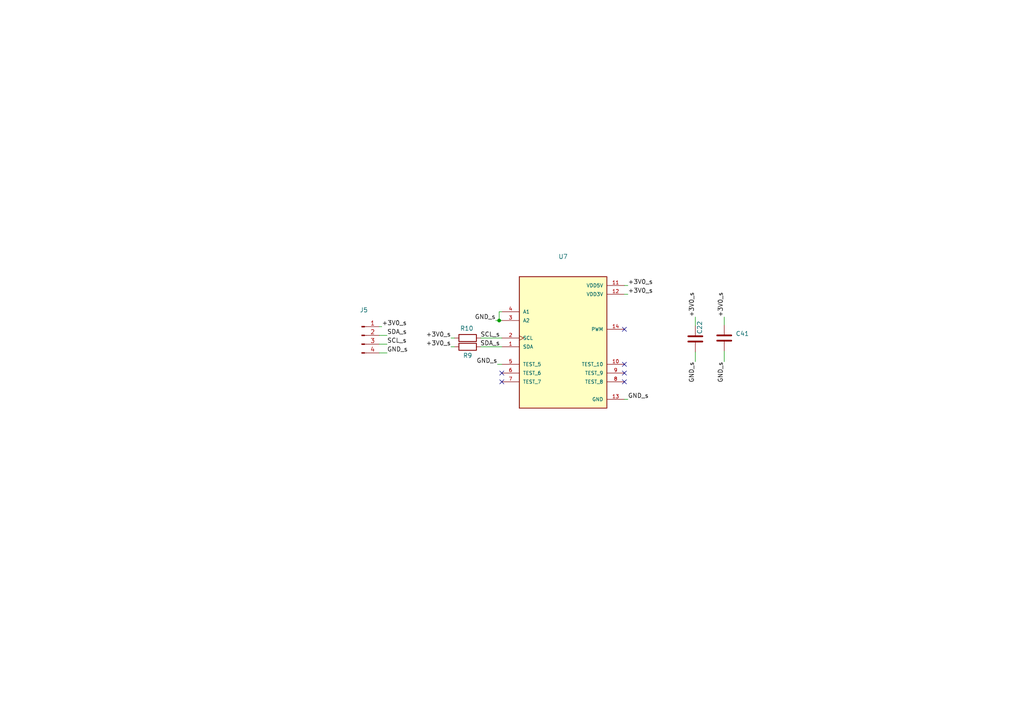
<source format=kicad_sch>
(kicad_sch (version 20211123) (generator eeschema)
  (paper "A4")
  (title_block (title "MUSHAK_PCB") (date "9 Aug 2022") (company "SRA-VJTI") (comment 1 "Designed by - Chinmay Lonkar"))
  (lib_symbols
    (symbol "AS5048B-HTSP:AS5048B-HTSP" (pin_names (offset 1.016))
      (property "Reference" "U" (at -12.7762 17.8816 0))
      (property "Value" "AS5048B-HTSP" (at -12.7762 -23.0124 0))
      (symbol "AS5048B-HTSP_0_0"
        (rectangle (start -12.7 -20.32) (end 12.7 17.78) (stroke (width 0.254)) (fill (type background)))
        (pin bidirectional line (at -17.78 -2.54 0) (length 5.08) (name "SDA") (number "1"))
        (pin passive line (at 17.78 -7.62 180) (length 5.08) (name "TEST_10") (number "10"))
        (pin power_in line (at 17.78 15.24 180) (length 5.08) (name "VDD5V") (number "11"))
        (pin power_in line (at 17.78 12.7 180) (length 5.08) (name "VDD3V") (number "12"))
        (pin power_in line (at 17.78 -17.78 180) (length 5.08) (name "GND") (number "13"))
        (pin output line (at 17.78 2.54 180) (length 5.08) (name "PWM") (number "14"))
        (pin input clock (at -17.78 0 0) (length 5.08) (name "SCL") (number "2"))
        (pin input line (at -17.78 5.08 0) (length 5.08) (name "A2") (number "3"))
        (pin input line (at -17.78 7.62 0) (length 5.08) (name "A1") (number "4"))
        (pin passive line (at -17.78 -7.62 0) (length 5.08) (name "TEST_5") (number "5"))
        (pin passive line (at -17.78 -10.16 0) (length 5.08) (name "TEST_6") (number "6"))
        (pin passive line (at -17.78 -12.7 0) (length 5.08) (name "TEST_7") (number "7"))
        (pin passive line (at 17.78 -12.7 180) (length 5.08) (name "TEST_8") (number "8"))
        (pin passive line (at 17.78 -10.16 180) (length 5.08) (name "TEST_9") (number "9"))
      )
    )
    (symbol "Connector:Conn_01x04_Male" (pin_names (offset 1.016) hide)
      (property "Reference" "J" (at 0 5.08 0))
      (property "Value" "Conn_01x04_Male" (at 0 -7.62 0))
      (symbol "Conn_01x04_Male_1_1"
        (polyline (pts (xy 1.27 -5.08) (xy 0.8636 -5.08)) (stroke (width 0.1524)))
        (polyline (pts (xy 1.27 -2.54) (xy 0.8636 -2.54)) (stroke (width 0.1524)))
        (polyline (pts (xy 1.27 0) (xy 0.8636 0)) (stroke (width 0.1524)))
        (polyline (pts (xy 1.27 2.54) (xy 0.8636 2.54)) (stroke (width 0.1524)))
        (rectangle (start 0.8636 -4.953) (end 0 -5.207) (stroke (width 0.1524)) (fill (type outline)))
        (rectangle (start 0.8636 -2.413) (end 0 -2.667) (stroke (width 0.1524)) (fill (type outline)))
        (rectangle (start 0.8636 0.127) (end 0 -0.127) (stroke (width 0.1524)) (fill (type outline)))
        (rectangle (start 0.8636 2.667) (end 0 2.413) (stroke (width 0.1524)) (fill (type outline)))
        (pin passive line (at 5.08 2.54 180) (length 3.81) (name "Pin_1") (number "1"))
        (pin passive line (at 5.08 0 180) (length 3.81) (name "Pin_2") (number "2"))
        (pin passive line (at 5.08 -2.54 180) (length 3.81) (name "Pin_3") (number "3"))
        (pin passive line (at 5.08 -5.08 180) (length 3.81) (name "Pin_4") (number "4"))
      )
    )
    (symbol "Device:C" (pin_numbers hide) (pin_names (offset 0.254))
      (property "Reference" "C" (at 0.635 2.54 0))
      (property "Value" "C" (at 0.635 -2.54 0))
      (symbol "C_0_1"
        (polyline (pts (xy -2.032 -0.762) (xy 2.032 -0.762)) (stroke (width 0.508)))
        (polyline (pts (xy -2.032 0.762) (xy 2.032 0.762)) (stroke (width 0.508)))
      )
      (symbol "C_1_1"
        (pin passive line (at 0 3.81 270) (length 2.794) (name "~") (number "1"))
        (pin passive line (at 0 -3.81 90) (length 2.794) (name "~") (number "2"))
      )
    )
    (symbol "Device:R" (pin_numbers hide) (pin_names (offset 0))
      (property "Reference" "R" (at 2.032 0 90))
      (property "Value" "R" (at 0 0 90))
      (symbol "R_0_1"
        (rectangle (start -1.016 -2.54) (end 1.016 2.54) (stroke (width 0.254)))
      )
      (symbol "R_1_1"
        (pin passive line (at 0 3.81 270) (length 1.27) (name "~") (number "1"))
        (pin passive line (at 0 -3.81 90) (length 1.27) (name "~") (number "2"))
      )
    )
  )
  (junction (at 144.78 92.964))
  (no_connect (at 181.102 108.204))
  (no_connect (at 181.102 110.744))
  (no_connect (at 181.102 105.664))
  (no_connect (at 145.542 108.204))
  (no_connect (at 145.542 110.744))
  (no_connect (at 181.102 95.504))
  (wire (pts (xy 109.982 94.742) (xy 110.744 94.742)))
  (wire (pts (xy 181.102 82.804) (xy 182.118 82.804)))
  (wire (pts (xy 181.102 85.344) (xy 182.118 85.344)))
  (wire (pts (xy 139.446 100.584) (xy 145.542 100.584)))
  (wire (pts (xy 139.446 98.044) (xy 145.542 98.044)))
  (wire (pts (xy 145.542 90.424) (xy 144.78 90.424)))
  (wire (pts (xy 109.982 97.282) (xy 112.268 97.282)))
  (wire (pts (xy 143.764 92.964) (xy 144.78 92.964)))
  (wire (pts (xy 131.826 100.584) (xy 130.81 100.584)))
  (wire (pts (xy 210.058 101.854) (xy 210.058 104.902)))
  (wire (pts (xy 109.982 99.822) (xy 112.268 99.822)))
  (wire (pts (xy 109.982 102.362) (xy 112.268 102.362)))
  (wire (pts (xy 144.78 90.424) (xy 144.78 92.964)))
  (wire (pts (xy 201.676 102.108) (xy 201.676 104.902)))
  (wire (pts (xy 144.78 92.964) (xy 145.542 92.964)))
  (wire (pts (xy 210.058 91.948) (xy 210.058 94.234)))
  (wire (pts (xy 144.272 105.664) (xy 145.542 105.664)))
  (wire (pts (xy 131.826 98.044) (xy 130.81 98.044)))
  (wire (pts (xy 181.102 115.824) (xy 182.118 115.824)))
  (wire (pts (xy 201.676 91.948) (xy 201.676 94.488)))
  (label "+3V0_s" (at 182.118 85.344 0))
  (label "+3V0_s" (at 201.676 91.948 90))
  (label "SCL_s" (at 145.034 98.044 180))
  (label "+3V0_s" (at 182.118 82.804 0))
  (label "+3V0_s" (at 130.81 98.044 180))
  (label "GND_s" (at 210.058 104.902 270))
  (label "SCL_s" (at 112.268 99.822 0))
  (label "+3V0_s" (at 130.81 100.584 180))
  (label "SDA_s" (at 145.034 100.584 180))
  (label "+3V0_s" (at 210.058 91.948 90))
  (label "GND_s" (at 201.676 104.902 270))
  (label "GND_s" (at 144.272 105.664 180))
  (label "+3V0_s" (at 110.744 94.742 0))
  (label "GND_s" (at 182.118 115.824 0))
  (label "GND_s" (at 143.764 92.964 180))
  (label "GND_s" (at 112.268 102.362 0))
  (label "SDA_s" (at 112.268 97.282 0))
  (symbol (lib_id "Device:C") (at 210.058 98.044 0) (unit 1)
    (property "Reference" "C41" (at 213.36 96.7739 0) (effects (justify left)))
  )
  (symbol (lib_id "Device:C") (at 201.676 98.298 180) (unit 1)
    (property "Reference" "C22" (at 202.946 94.996 90))
  )
  (symbol (lib_id "AS5048B-HTSP:AS5048B-HTSP") (at 163.322 98.044 0) (unit 1)
    (property "Reference" "U7" (at 163.322 74.422 0))
    (property "PRICE" "None" (effects hide))
    (property "PARTREV" "1-11" (effects hide))
    (property "PACKAGE" "TSSOP-14 ams" (effects hide))
    (property "DESCRIPTION" "Ic Encoder Rotary 14-Tssop" (effects hide))
    (property "MF" "ams" (effects hide))
    (property "MP" "AS5048B-HTSP" (effects hide))
    (property "AVAILABILITY" "Unavailable" (effects hide))
    (property "STANDARD" "IPC-7351B" (effects hide))
  )
  (symbol (lib_id "Device:R") (at 135.636 98.044 90) (unit 1)
    (property "Reference" "R10" (at 135.382 95.25 90))
  )
  (symbol (lib_id "Device:R") (at 135.636 100.584 90) (unit 1)
    (property "Reference" "R9" (at 135.636 103.124 90))
  )
  (symbol (lib_id "Connector:Conn_01x04_Male") (at 104.902 97.282 0) (unit 1)
    (property "Reference" "J5" (at 105.537 89.916 0))
  )
)
</source>
